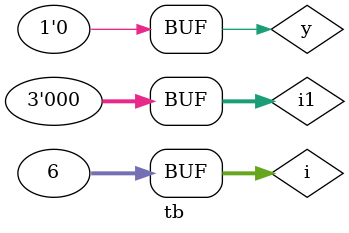
<source format=v>
`define TESTVECS 6

module tb;
  reg [2:0] i1;     // 3-bit input for i1
  reg y;            // 1-bit input for y
  reg y0;           // 1-bit input for y0 (handled separately in the test case)
  wire sum1, cout1; // Output wires
  
  reg [3:0] test_vecs [0:(`TESTVECS-1)];  // Corrected width to 4 bits (3 bits for i1 + 1 bit for y)
  integer i;
  
  // Dumpfile for waveform generation
  initial begin 
    $dumpfile("circuit_3.vcd");    
    $dumpvars(0, tb); 
  end
 
  // Initialize test vectors
  initial begin
    test_vecs[0] = 4'b0000;  // i1 = 000, y = 0
    test_vecs[1] = 4'b0001;  // i1 = 000, y = 1
    test_vecs[2] = 4'b0010;  // i1 = 001, y = 0
    test_vecs[3] = 4'b0011;  // i1 = 001, y = 1
    test_vecs[4] = 4'b0100;  // i1 = 010, y = 0
    test_vecs[5] = 4'b0101;  // i1 = 010, y = 1
  end

  // Initialize input signals
  initial {i1, y} = 0;

  // Instantiate the circuit3 module
  circuit3 circuit3_0 (i1, y, y0, sum1, cout1);

  // Test loop
  initial begin
    for(i = 0; i < `TESTVECS; i = i + 1) begin
      #10 {i1, y} = test_vecs[i]; // Assign test vector values to i1 and y
    end
  end
endmodule

</source>
